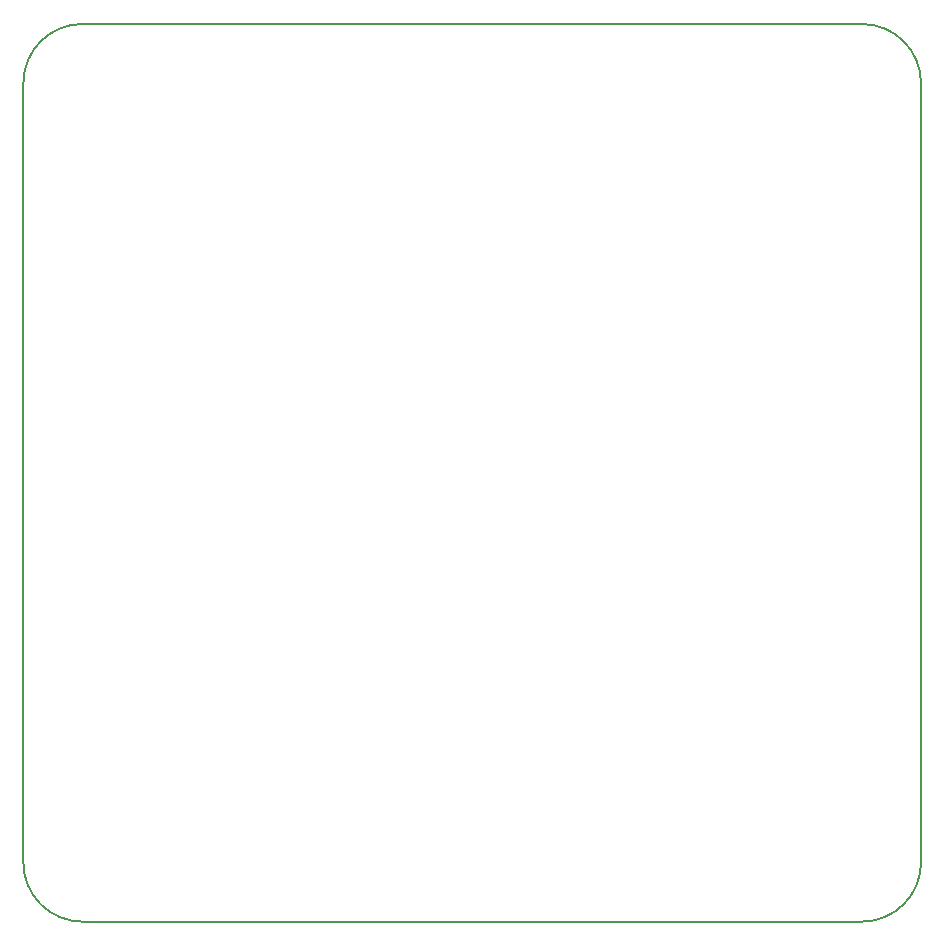
<source format=gbr>
G04 #@! TF.GenerationSoftware,KiCad,Pcbnew,(5.0.0)*
G04 #@! TF.CreationDate,2018-11-06T14:45:03+09:00*
G04 #@! TF.ProjectId,handheld_machine,68616E6468656C645F6D616368696E65,rev?*
G04 #@! TF.SameCoordinates,Original*
G04 #@! TF.FileFunction,Profile,NP*
%FSLAX46Y46*%
G04 Gerber Fmt 4.6, Leading zero omitted, Abs format (unit mm)*
G04 Created by KiCad (PCBNEW (5.0.0)) date 11/06/18 14:45:03*
%MOMM*%
%LPD*%
G01*
G04 APERTURE LIST*
%ADD10C,0.200000*%
%ADD11C,0.150000*%
G04 APERTURE END LIST*
D10*
X170000000Y-74000000D02*
X171000000Y-74000000D01*
D11*
X105000000Y-74000000D02*
X170000000Y-74000000D01*
X100000000Y-145000000D02*
X100000000Y-79000000D01*
X171000000Y-150000000D02*
X105000000Y-150000000D01*
X176000000Y-79000000D02*
X176000000Y-145000000D01*
X171000000Y-74000000D02*
G75*
G02X176000000Y-79000000I0J-5000000D01*
G01*
X176000000Y-145000000D02*
G75*
G02X171000000Y-150000000I-5000000J0D01*
G01*
X100000000Y-79000000D02*
G75*
G02X105000000Y-74000000I5000000J0D01*
G01*
X105000000Y-150000000D02*
G75*
G02X100000000Y-145000000I0J5000000D01*
G01*
M02*

</source>
